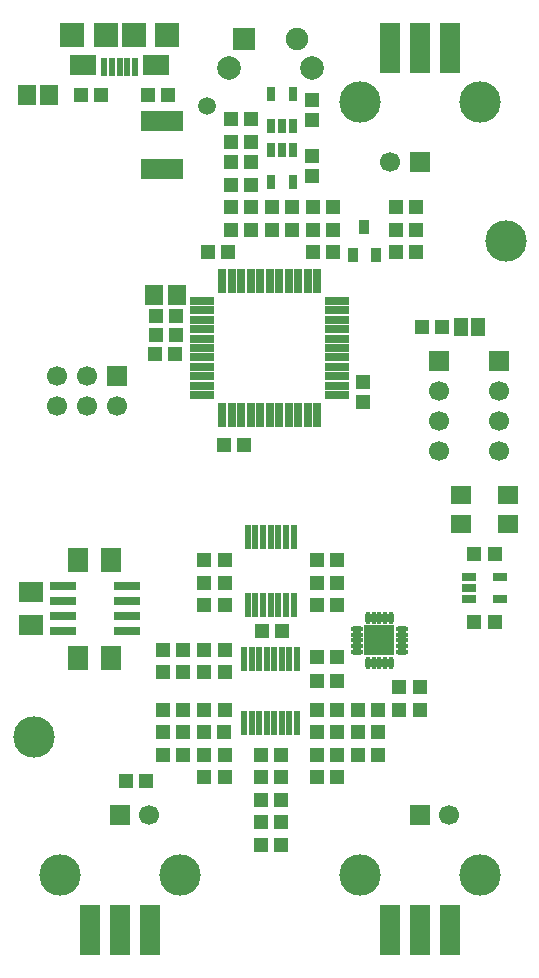
<source format=gts>
G04 DipTrace 2.4.0.1*
%INtsunami.frontmask.gts*%
%MOIN*%
%ADD30C,0.0591*%
%ADD51R,0.0748X0.0748*%
%ADD54R,0.0669X0.0669*%
%ADD56C,0.0669*%
%ADD60C,0.1378*%
%ADD66R,0.0709X0.0591*%
%ADD70C,0.0787*%
%ADD72C,0.0748*%
%ADD75R,0.0591X0.0669*%
%ADD77R,0.0677X0.1677*%
%ADD79R,0.0827X0.0827*%
%ADD80R,0.0787X0.0827*%
%ADD82R,0.0906X0.0709*%
%ADD84R,0.0236X0.061*%
%ADD88C,0.1378*%
%ADD90R,0.0236X0.0787*%
%ADD92R,0.0217X0.0787*%
%ADD94R,0.1043X0.1043*%
%ADD96O,0.0413X0.0197*%
%ADD98O,0.0197X0.0413*%
%ADD100R,0.0866X0.0315*%
%ADD102R,0.0512X0.0315*%
%ADD104R,0.0276X0.0787*%
%ADD106R,0.0787X0.0276*%
%ADD108R,0.0315X0.0512*%
%ADD110R,0.1417X0.0709*%
%ADD112R,0.0335X0.0492*%
%ADD114R,0.0472X0.0591*%
%ADD119R,0.0787X0.0709*%
%ADD121R,0.0709X0.0787*%
%ADD123R,0.0472X0.0512*%
%ADD125R,0.0512X0.0472*%
%FSLAX44Y44*%
G04*
G70*
G90*
G75*
G01*
%LNTopMask*%
%LPD*%
D125*
X12477Y31250D3*
X13147D3*
Y28312D3*
X12477D3*
X11727Y27564D3*
X12397D3*
X15227Y29062D3*
X15897D3*
Y27562D3*
X15227D3*
D123*
X15187Y32647D3*
Y31977D3*
D125*
X10625Y24187D3*
X9955D3*
D123*
X16876Y23251D3*
Y22582D3*
D125*
X12251Y21126D3*
X12920D3*
D123*
X15187Y30772D3*
Y30102D3*
D125*
X15352Y17312D3*
X16022D3*
X21272Y17493D3*
X20602D3*
D121*
X8500Y17301D3*
X7397D3*
D125*
X14522Y29062D3*
X13852D3*
D119*
X5823Y16227D3*
Y15125D3*
D125*
X18647Y28312D3*
X17977D3*
X20602Y15243D3*
X21272D3*
X14187Y14937D3*
X13518D3*
X10227Y14312D3*
X10897D3*
D121*
X7397Y14051D3*
X8500D3*
D125*
X16022Y14062D3*
X15352D3*
X12272Y13562D3*
X11602D3*
X16022Y13272D3*
X15352D3*
X18102Y13062D3*
X18772D3*
X10897Y12312D3*
X10227D3*
X16022D3*
X15352D3*
X17397D3*
X16727D3*
X18102D3*
X18772D3*
X11597Y11562D3*
X12267D3*
X14147Y10812D3*
X13477D3*
Y10062D3*
X14147D3*
X13477Y9312D3*
X14147D3*
X12272Y17312D3*
X11602D3*
D54*
X8687Y23437D3*
D56*
Y22437D3*
X7687Y23437D3*
Y22437D3*
X6687Y23437D3*
Y22437D3*
D114*
X20713Y25062D3*
X20161D3*
D112*
X16563Y27484D3*
X17311D3*
X16937Y28390D3*
D110*
X10187Y31937D3*
Y30323D3*
D60*
X21654Y27953D3*
X5906Y11417D3*
D108*
X13813Y31781D3*
X14187D3*
X14561D3*
Y32844D3*
X13813D3*
D106*
X11535Y25947D3*
Y25632D3*
Y25317D3*
Y25002D3*
Y24687D3*
Y24372D3*
Y24057D3*
Y23742D3*
Y23427D3*
Y23112D3*
Y22797D3*
D104*
X12205Y22128D3*
X12520D3*
X12835D3*
X13150D3*
X13465D3*
X13780D3*
X14094D3*
X14409D3*
X14724D3*
X15039D3*
X15354D3*
D106*
X16024Y22797D3*
Y23112D3*
Y23427D3*
Y23742D3*
Y24057D3*
Y24372D3*
Y24687D3*
Y25002D3*
Y25317D3*
Y25632D3*
Y25947D3*
D104*
X15354Y26616D3*
X15039D3*
X14724D3*
X14409D3*
X14094D3*
X13780D3*
X13465D3*
X13150D3*
X12835D3*
X12520D3*
X12205D3*
D108*
X14561Y30969D3*
X14187D3*
X13813D3*
Y29906D3*
X14561D3*
D102*
X20406Y16742D3*
Y16368D3*
Y15994D3*
X21469D3*
Y16742D3*
D100*
X6885Y16426D3*
Y15926D3*
Y15426D3*
Y14926D3*
X9011D3*
Y15426D3*
Y15926D3*
Y16426D3*
D98*
X17043Y13876D3*
X17240D3*
X17437D3*
X17634D3*
X17831D3*
D96*
X18185Y14231D3*
Y14428D3*
Y14625D3*
Y14821D3*
Y15018D3*
D98*
X17831Y15373D3*
X17634D3*
X17437D3*
X17240D3*
X17043D3*
D96*
X16689Y15018D3*
Y14821D3*
Y14625D3*
Y14428D3*
Y14231D3*
D94*
X17437Y14625D3*
D92*
X12937Y11874D3*
X13187D3*
X13437D3*
X13687D3*
X13937D3*
X14187D3*
X14437D3*
X14687D3*
Y14000D3*
X14437D3*
X14187D3*
X13937D3*
X13687D3*
X13437D3*
X13187D3*
X12937D3*
D90*
X14580Y18079D3*
X14324D3*
X14068D3*
X13812D3*
X13556D3*
X13300D3*
X13044D3*
Y15795D3*
X13300D3*
X13556D3*
X13812D3*
X14068D3*
X14324D3*
X14580D3*
D54*
X18780Y30562D3*
D56*
X17795D3*
D88*
X20787Y32570D3*
X16772D3*
D84*
X9291Y33746D3*
X9035D3*
X8780D3*
X8524D3*
X8268D3*
D82*
X10000Y33795D3*
X7559D3*
D80*
X10354Y34799D3*
X7205D3*
D79*
X9252D3*
X8307D3*
D54*
X19437Y23937D3*
D56*
Y22937D3*
Y21937D3*
Y20937D3*
D54*
X21437Y23937D3*
D56*
Y22937D3*
Y21937D3*
Y20937D3*
D54*
X8780Y8812D3*
D56*
X9764D3*
D88*
X6772Y6804D3*
X10787D3*
D54*
X18780Y8812D3*
D56*
X19764D3*
D88*
X16772Y6804D3*
X20787D3*
D77*
X19780Y4987D3*
X18780D3*
X17780D3*
X9780D3*
X8780D3*
X7780D3*
X17780Y34377D3*
X18780D3*
X19780D3*
D75*
X5688Y32811D3*
X6436D3*
X9937Y26125D3*
X10685D3*
D125*
X15897Y28312D3*
X15227D3*
X13147Y32000D3*
X12477D3*
X9977Y25437D3*
X10647D3*
X19522Y25062D3*
X18852D3*
X9977Y24812D3*
X10647D3*
X12477Y30562D3*
X13147D3*
X12272Y16537D3*
X11602D3*
X13147Y29812D3*
X12477D3*
X17977Y27562D3*
X18647D3*
X11602Y15812D3*
X12272D3*
X14522Y28312D3*
X13852D3*
X16022Y15812D3*
X15352D3*
X12477Y29062D3*
X13147D3*
X16022Y16537D3*
X15352D3*
X11602Y14312D3*
X12272D3*
X10227Y13562D3*
X10897D3*
X11602Y12312D3*
X12272D3*
X10897Y11562D3*
X10227D3*
X16022D3*
X15352D3*
X16727D3*
X17397D3*
X10897Y10812D3*
X10227D3*
X11602D3*
X12272D3*
X16022D3*
X15352D3*
X17397D3*
X16727D3*
X12272Y10062D3*
X11602D3*
X15352D3*
X16022D3*
X13477Y7812D3*
X14147D3*
D51*
X12926Y34687D3*
D72*
X14698D3*
D70*
X12434Y33703D3*
X15190D3*
D30*
X11687Y32437D3*
D66*
X21724Y19486D3*
X20150D3*
Y18501D3*
X21724D3*
D125*
X7477Y32812D3*
X8147D3*
X10397D3*
X9727D3*
X17977Y29062D3*
X18647D3*
X9647Y9937D3*
X8977D3*
X14147Y8562D3*
X13477D3*
M02*

</source>
